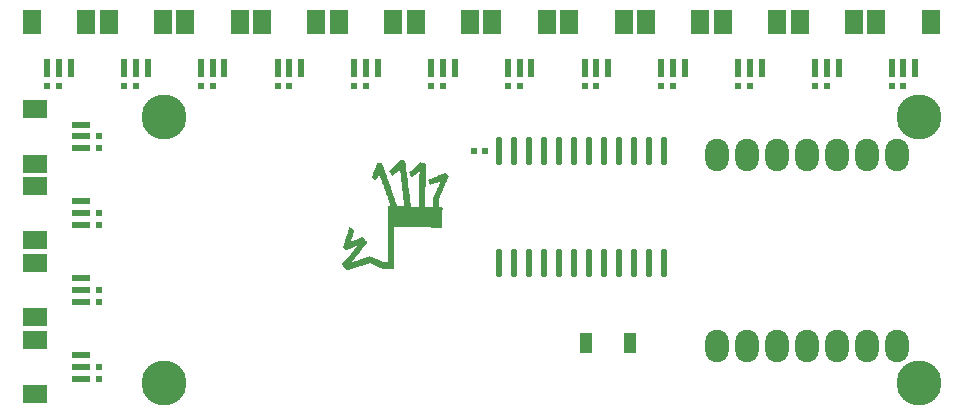
<source format=gbr>
%TF.GenerationSoftware,KiCad,Pcbnew,8.0.1*%
%TF.CreationDate,2025-02-04T00:39:20-05:00*%
%TF.ProjectId,glove-v3-right,676c6f76-652d-4763-932d-72696768742e,rev?*%
%TF.SameCoordinates,Original*%
%TF.FileFunction,Soldermask,Top*%
%TF.FilePolarity,Negative*%
%FSLAX46Y46*%
G04 Gerber Fmt 4.6, Leading zero omitted, Abs format (unit mm)*
G04 Created by KiCad (PCBNEW 8.0.1) date 2025-02-04 00:39:20*
%MOMM*%
%LPD*%
G01*
G04 APERTURE LIST*
G04 Aperture macros list*
%AMRoundRect*
0 Rectangle with rounded corners*
0 $1 Rounding radius*
0 $2 $3 $4 $5 $6 $7 $8 $9 X,Y pos of 4 corners*
0 Add a 4 corners polygon primitive as box body*
4,1,4,$2,$3,$4,$5,$6,$7,$8,$9,$2,$3,0*
0 Add four circle primitives for the rounded corners*
1,1,$1+$1,$2,$3*
1,1,$1+$1,$4,$5*
1,1,$1+$1,$6,$7*
1,1,$1+$1,$8,$9*
0 Add four rect primitives between the rounded corners*
20,1,$1+$1,$2,$3,$4,$5,0*
20,1,$1+$1,$4,$5,$6,$7,0*
20,1,$1+$1,$6,$7,$8,$9,0*
20,1,$1+$1,$8,$9,$2,$3,0*%
G04 Aperture macros list end*
%ADD10C,0.000000*%
%ADD11R,0.600000X0.600000*%
%ADD12R,0.600000X1.550000*%
%ADD13R,1.500000X2.000000*%
%ADD14C,3.800000*%
%ADD15R,1.550000X0.600000*%
%ADD16R,2.000000X1.500000*%
%ADD17R,1.000000X1.800000*%
%ADD18RoundRect,1.000000X-0.000010X0.375000X-0.000010X-0.375000X0.000010X-0.375000X0.000010X0.375000X0*%
%ADD19C,1.524000*%
%ADD20O,0.570000X2.390000*%
G04 APERTURE END LIST*
D10*
%TO.C,G\u002A\u002A\u002A*%
G36*
X134137974Y-38143481D02*
G01*
X134168783Y-38153585D01*
X134213686Y-38168906D01*
X134269038Y-38188206D01*
X134320073Y-38206274D01*
X134387705Y-38230586D01*
X134436950Y-38249087D01*
X134470915Y-38263362D01*
X134492707Y-38274995D01*
X134505432Y-38285569D01*
X134512196Y-38296669D01*
X134515078Y-38305715D01*
X134517380Y-38320416D01*
X134522307Y-38356486D01*
X134529709Y-38412732D01*
X134539435Y-38487963D01*
X134551337Y-38580988D01*
X134565264Y-38690616D01*
X134581066Y-38815655D01*
X134598594Y-38954914D01*
X134617696Y-39107201D01*
X134638225Y-39271326D01*
X134660028Y-39446097D01*
X134682957Y-39630322D01*
X134706862Y-39822810D01*
X134731592Y-40022371D01*
X134756998Y-40227812D01*
X134758086Y-40236616D01*
X134783472Y-40441826D01*
X134808174Y-40640935D01*
X134832044Y-40832773D01*
X134854934Y-41016169D01*
X134876696Y-41189954D01*
X134897180Y-41352956D01*
X134916240Y-41504007D01*
X134933725Y-41641936D01*
X134949489Y-41765572D01*
X134963382Y-41873745D01*
X134975257Y-41965286D01*
X134984964Y-42039023D01*
X134992356Y-42093787D01*
X134997283Y-42128408D01*
X134999599Y-42141715D01*
X134999655Y-42141814D01*
X135012269Y-42144076D01*
X135044047Y-42146938D01*
X135091481Y-42150238D01*
X135151061Y-42153816D01*
X135219281Y-42157509D01*
X135292631Y-42161157D01*
X135367604Y-42164597D01*
X135440692Y-42167669D01*
X135508385Y-42170211D01*
X135567177Y-42172061D01*
X135613558Y-42173058D01*
X135644021Y-42173041D01*
X135654991Y-42171972D01*
X135655836Y-42160267D01*
X135657119Y-42127446D01*
X135658804Y-42075116D01*
X135660855Y-42004882D01*
X135663235Y-41918349D01*
X135665908Y-41817123D01*
X135668836Y-41702809D01*
X135671984Y-41577012D01*
X135675315Y-41441338D01*
X135678792Y-41297392D01*
X135682379Y-41146780D01*
X135686038Y-40991108D01*
X135689734Y-40831979D01*
X135693430Y-40671001D01*
X135697089Y-40509778D01*
X135700675Y-40349916D01*
X135704151Y-40193020D01*
X135707480Y-40040696D01*
X135710627Y-39894549D01*
X135713554Y-39756185D01*
X135716224Y-39627208D01*
X135718602Y-39509225D01*
X135720650Y-39403840D01*
X135722333Y-39312660D01*
X135723612Y-39237289D01*
X135724453Y-39179334D01*
X135724818Y-39140399D01*
X135724671Y-39122089D01*
X135724518Y-39120855D01*
X135715055Y-39126774D01*
X135689778Y-39145306D01*
X135650670Y-39174923D01*
X135599715Y-39214101D01*
X135538896Y-39261313D01*
X135470196Y-39315034D01*
X135395599Y-39373738D01*
X135389575Y-39378495D01*
X135314352Y-39437717D01*
X135244655Y-39492239D01*
X135182506Y-39540506D01*
X135129928Y-39580961D01*
X135088944Y-39612049D01*
X135061577Y-39632214D01*
X135049849Y-39639900D01*
X135049673Y-39639931D01*
X135042062Y-39630190D01*
X135026951Y-39603548D01*
X135006174Y-39563827D01*
X134981566Y-39514850D01*
X134954958Y-39460440D01*
X134928187Y-39404419D01*
X134903084Y-39350610D01*
X134881485Y-39302836D01*
X134865223Y-39264920D01*
X134856131Y-39240685D01*
X134854956Y-39234024D01*
X134857845Y-39230083D01*
X134865376Y-39222054D01*
X134878562Y-39209001D01*
X134898415Y-39189984D01*
X134925949Y-39164065D01*
X134962178Y-39130307D01*
X135008113Y-39087771D01*
X135064769Y-39035519D01*
X135133158Y-38972613D01*
X135214294Y-38898114D01*
X135309189Y-38811085D01*
X135418856Y-38710587D01*
X135542089Y-38597717D01*
X135804643Y-38357282D01*
X136019404Y-38425828D01*
X136085815Y-38447334D01*
X136144921Y-38467063D01*
X136193249Y-38483806D01*
X136227323Y-38496357D01*
X136243672Y-38503509D01*
X136244357Y-38504018D01*
X136245816Y-38516740D01*
X136246911Y-38551010D01*
X136247644Y-38605651D01*
X136248019Y-38679486D01*
X136248040Y-38771336D01*
X136247711Y-38880024D01*
X136247034Y-39004372D01*
X136246014Y-39143204D01*
X136244653Y-39295340D01*
X136242956Y-39459603D01*
X136240974Y-39630844D01*
X136238152Y-39858904D01*
X136235455Y-40067273D01*
X136232825Y-40258990D01*
X136230206Y-40437095D01*
X136227541Y-40604624D01*
X136224773Y-40764618D01*
X136221846Y-40920114D01*
X136218702Y-41074151D01*
X136215286Y-41229767D01*
X136211540Y-41390001D01*
X136207408Y-41557892D01*
X136202833Y-41736477D01*
X136198751Y-41891486D01*
X136191011Y-42182598D01*
X136517280Y-42191015D01*
X136601034Y-42193008D01*
X136677169Y-42194499D01*
X136742789Y-42195457D01*
X136795000Y-42195850D01*
X136830907Y-42195649D01*
X136847616Y-42194822D01*
X136848424Y-42194557D01*
X136849913Y-42182457D01*
X136851948Y-42150264D01*
X136854416Y-42100604D01*
X136857200Y-42036102D01*
X136860188Y-41959386D01*
X136863264Y-41873081D01*
X136865804Y-41795975D01*
X136878309Y-41402267D01*
X137188150Y-40705795D01*
X137240608Y-40587580D01*
X137290046Y-40475591D01*
X137335729Y-40371532D01*
X137376920Y-40277109D01*
X137412882Y-40194027D01*
X137442880Y-40123989D01*
X137466178Y-40068701D01*
X137482039Y-40029869D01*
X137489727Y-40009195D01*
X137490256Y-40006190D01*
X137478172Y-40009094D01*
X137446948Y-40018701D01*
X137398908Y-40034239D01*
X137336378Y-40054937D01*
X137261682Y-40080022D01*
X137177145Y-40108724D01*
X137085092Y-40140269D01*
X137052519Y-40151497D01*
X136958463Y-40183682D01*
X136871107Y-40213028D01*
X136792775Y-40238794D01*
X136725793Y-40260240D01*
X136672486Y-40276626D01*
X136635177Y-40287212D01*
X136616192Y-40291257D01*
X136614319Y-40291007D01*
X136605526Y-40275135D01*
X136591608Y-40242723D01*
X136573948Y-40197722D01*
X136553935Y-40144082D01*
X136532952Y-40085755D01*
X136512386Y-40026691D01*
X136493621Y-39970841D01*
X136478044Y-39922155D01*
X136467041Y-39884584D01*
X136461996Y-39862079D01*
X136462291Y-39857529D01*
X136474477Y-39852033D01*
X136506150Y-39839231D01*
X136555518Y-39819812D01*
X136620791Y-39794465D01*
X136700179Y-39763879D01*
X136791891Y-39728744D01*
X136894136Y-39689748D01*
X137005124Y-39647579D01*
X137123064Y-39602928D01*
X137173309Y-39583951D01*
X137873796Y-39319580D01*
X138037023Y-39418631D01*
X138091169Y-39451531D01*
X138138080Y-39480115D01*
X138174502Y-39502396D01*
X138197182Y-39516383D01*
X138203218Y-39520236D01*
X138199340Y-39530841D01*
X138187235Y-39560926D01*
X138167514Y-39609030D01*
X138140784Y-39673693D01*
X138107655Y-39753453D01*
X138068736Y-39846849D01*
X138024636Y-39952420D01*
X137975963Y-40068705D01*
X137923328Y-40194242D01*
X137867339Y-40327570D01*
X137808605Y-40467229D01*
X137797591Y-40493395D01*
X137388996Y-41463999D01*
X137381970Y-41810621D01*
X137380043Y-41898264D01*
X137377973Y-41979444D01*
X137375858Y-42051132D01*
X137373799Y-42110293D01*
X137371896Y-42153898D01*
X137370247Y-42178913D01*
X137369729Y-42182813D01*
X137368464Y-42197669D01*
X137375945Y-42205290D01*
X137397299Y-42208082D01*
X137424396Y-42208452D01*
X137465516Y-42209424D01*
X137518630Y-42211926D01*
X137573096Y-42215443D01*
X137579677Y-42215945D01*
X137675078Y-42223371D01*
X137667769Y-42599434D01*
X137665866Y-42700104D01*
X137663727Y-42817962D01*
X137661447Y-42947471D01*
X137659122Y-43083092D01*
X137656846Y-43219287D01*
X137654714Y-43350519D01*
X137653039Y-43457151D01*
X137645619Y-43938803D01*
X137422890Y-43931349D01*
X137379004Y-43929975D01*
X137314384Y-43928086D01*
X137231020Y-43925736D01*
X137130898Y-43922978D01*
X137016009Y-43919864D01*
X136888340Y-43916449D01*
X136749880Y-43912786D01*
X136602618Y-43908926D01*
X136448542Y-43904924D01*
X136289640Y-43900833D01*
X136127901Y-43896706D01*
X136097789Y-43895941D01*
X135930433Y-43891688D01*
X135761799Y-43887385D01*
X135594295Y-43883093D01*
X135430330Y-43878877D01*
X135272313Y-43874797D01*
X135122654Y-43870917D01*
X134983760Y-43867299D01*
X134858042Y-43864005D01*
X134747908Y-43861098D01*
X134655768Y-43858640D01*
X134586290Y-43856757D01*
X134475394Y-43853721D01*
X134357160Y-43850499D01*
X134237148Y-43847241D01*
X134120919Y-43844098D01*
X134014032Y-43841220D01*
X133922047Y-43838758D01*
X133890205Y-43837911D01*
X133603248Y-43830296D01*
X133601827Y-44814955D01*
X133601582Y-44962694D01*
X133601286Y-45103973D01*
X133600945Y-45237131D01*
X133600567Y-45360509D01*
X133600159Y-45472446D01*
X133599729Y-45571283D01*
X133599282Y-45655361D01*
X133598827Y-45723018D01*
X133598370Y-45772596D01*
X133597918Y-45802434D01*
X133597565Y-45810979D01*
X133597076Y-45823955D01*
X133596574Y-45857821D01*
X133596069Y-45910737D01*
X133595571Y-45980862D01*
X133595088Y-46066358D01*
X133594631Y-46165385D01*
X133594210Y-46276102D01*
X133593833Y-46396670D01*
X133593510Y-46525249D01*
X133593304Y-46629234D01*
X133591883Y-47436124D01*
X133110067Y-47436124D01*
X132628252Y-47436124D01*
X132063235Y-47184688D01*
X131498218Y-46933251D01*
X131451202Y-46947223D01*
X131431867Y-46953144D01*
X131392905Y-46965225D01*
X131336322Y-46982839D01*
X131264127Y-47005356D01*
X131178325Y-47032147D01*
X131080925Y-47062585D01*
X130973933Y-47096040D01*
X130859356Y-47131884D01*
X130739202Y-47169488D01*
X130615477Y-47208224D01*
X130490190Y-47247462D01*
X130365345Y-47286575D01*
X130242952Y-47324933D01*
X130125017Y-47361908D01*
X130013547Y-47396871D01*
X129910549Y-47429193D01*
X129818030Y-47458247D01*
X129737998Y-47483402D01*
X129672460Y-47504032D01*
X129623421Y-47519506D01*
X129592891Y-47529196D01*
X129584392Y-47531939D01*
X129537483Y-47547443D01*
X129411907Y-47369614D01*
X129367821Y-47307203D01*
X129323774Y-47244880D01*
X129283182Y-47187478D01*
X129249467Y-47139833D01*
X129229297Y-47111364D01*
X129172264Y-47030943D01*
X129803465Y-46243993D01*
X129896812Y-46127500D01*
X129985894Y-46016114D01*
X130069706Y-45911102D01*
X130147246Y-45813730D01*
X130217510Y-45725267D01*
X130279494Y-45646979D01*
X130332196Y-45580134D01*
X130374610Y-45525999D01*
X130405735Y-45485841D01*
X130424567Y-45460927D01*
X130430159Y-45452536D01*
X130419044Y-45455772D01*
X130389196Y-45466891D01*
X130342851Y-45485001D01*
X130282242Y-45509205D01*
X130209603Y-45538609D01*
X130127167Y-45572319D01*
X130037169Y-45609439D01*
X130000066Y-45624828D01*
X129906636Y-45663627D01*
X129819034Y-45699981D01*
X129739648Y-45732900D01*
X129670864Y-45761395D01*
X129615072Y-45784478D01*
X129574658Y-45801160D01*
X129552011Y-45810450D01*
X129548727Y-45811772D01*
X129537044Y-45813981D01*
X129522798Y-45810364D01*
X129503117Y-45798983D01*
X129475133Y-45777900D01*
X129435973Y-45745175D01*
X129386781Y-45702392D01*
X129340544Y-45661353D01*
X129300980Y-45625356D01*
X129270992Y-45597114D01*
X129253481Y-45579338D01*
X129250163Y-45574752D01*
X129253328Y-45561259D01*
X129262724Y-45528347D01*
X129277723Y-45478012D01*
X129297693Y-45412255D01*
X129322004Y-45333073D01*
X129350026Y-45242466D01*
X129381128Y-45142431D01*
X129414680Y-45034968D01*
X129450050Y-44922075D01*
X129486610Y-44805750D01*
X129523728Y-44687991D01*
X129560773Y-44570799D01*
X129597116Y-44456170D01*
X129632126Y-44346104D01*
X129665172Y-44242599D01*
X129695623Y-44147653D01*
X129722851Y-44063266D01*
X129746223Y-43991436D01*
X129765110Y-43934160D01*
X129778881Y-43893439D01*
X129786905Y-43871270D01*
X129788676Y-43867700D01*
X129800865Y-43873289D01*
X129829494Y-43888961D01*
X129871572Y-43913000D01*
X129924111Y-43943691D01*
X129984122Y-43979318D01*
X130006030Y-43992451D01*
X130213751Y-44117280D01*
X130049965Y-44618988D01*
X130016796Y-44720914D01*
X129986039Y-44816057D01*
X129958371Y-44902274D01*
X129934471Y-44977423D01*
X129915015Y-45039363D01*
X129900683Y-45085952D01*
X129892151Y-45115047D01*
X129890002Y-45124519D01*
X129900906Y-45120997D01*
X129930578Y-45109388D01*
X129976897Y-45090572D01*
X130037744Y-45065428D01*
X130111002Y-45034836D01*
X130194549Y-44999675D01*
X130286268Y-44960825D01*
X130358445Y-44930093D01*
X130823065Y-44731844D01*
X131082373Y-44926093D01*
X131149072Y-44976399D01*
X131209416Y-45022569D01*
X131261111Y-45062793D01*
X131301862Y-45095264D01*
X131329374Y-45118173D01*
X131341351Y-45129710D01*
X131341682Y-45130470D01*
X131334732Y-45140593D01*
X131314527Y-45167222D01*
X131282036Y-45209132D01*
X131238227Y-45265099D01*
X131184067Y-45333898D01*
X131120526Y-45414306D01*
X131048570Y-45505098D01*
X130969168Y-45605050D01*
X130883289Y-45712938D01*
X130791899Y-45827538D01*
X130695968Y-45947625D01*
X130653894Y-46000230D01*
X130556431Y-46122137D01*
X130463168Y-46238970D01*
X130375065Y-46349516D01*
X130293083Y-46452563D01*
X130218182Y-46546898D01*
X130151322Y-46631306D01*
X130093464Y-46704577D01*
X130045567Y-46765495D01*
X130008592Y-46812849D01*
X129983499Y-46845425D01*
X129971249Y-46862011D01*
X129970171Y-46863928D01*
X129981323Y-46861031D01*
X130012266Y-46851354D01*
X130061288Y-46835469D01*
X130126671Y-46813947D01*
X130206701Y-46787359D01*
X130299662Y-46756277D01*
X130403840Y-46721273D01*
X130517519Y-46682918D01*
X130638984Y-46641783D01*
X130742674Y-46606556D01*
X130869560Y-46563455D01*
X130990314Y-46522573D01*
X131103187Y-46484491D01*
X131206433Y-46449794D01*
X131298305Y-46419063D01*
X131377055Y-46392883D01*
X131440937Y-46371835D01*
X131488203Y-46356504D01*
X131517107Y-46347472D01*
X131525837Y-46345174D01*
X131538728Y-46349726D01*
X131570368Y-46362786D01*
X131618799Y-46383497D01*
X131682060Y-46411000D01*
X131758193Y-46444435D01*
X131845237Y-46482945D01*
X131941234Y-46525671D01*
X132044224Y-46571754D01*
X132096417Y-46595196D01*
X132652271Y-46845162D01*
X132836735Y-46845162D01*
X133021199Y-46845162D01*
X133027931Y-46734357D01*
X133028641Y-46711883D01*
X133029396Y-46667841D01*
X133030187Y-46603389D01*
X133031009Y-46519688D01*
X133031855Y-46417898D01*
X133032718Y-46299178D01*
X133033593Y-46164690D01*
X133034473Y-46015593D01*
X133035350Y-45853046D01*
X133036219Y-45678211D01*
X133037074Y-45492247D01*
X133037907Y-45296314D01*
X133038712Y-45091572D01*
X133039483Y-44879181D01*
X133040213Y-44660302D01*
X133040896Y-44436093D01*
X133041011Y-44396080D01*
X133041680Y-44172157D01*
X133042391Y-43953986D01*
X133043139Y-43742679D01*
X133043918Y-43539352D01*
X133044721Y-43345120D01*
X133045543Y-43161097D01*
X133046376Y-42988398D01*
X133047215Y-42828138D01*
X133048054Y-42681430D01*
X133048887Y-42549391D01*
X133049707Y-42433134D01*
X133050508Y-42333775D01*
X133051285Y-42252427D01*
X133052030Y-42190207D01*
X133052738Y-42148227D01*
X133053403Y-42127604D01*
X133053550Y-42125990D01*
X133059742Y-42083373D01*
X133173606Y-42083373D01*
X133225988Y-42082873D01*
X133259168Y-42081018D01*
X133276657Y-42077268D01*
X133281968Y-42071086D01*
X133281153Y-42066913D01*
X133276552Y-42054343D01*
X133264679Y-42021710D01*
X133246009Y-41970325D01*
X133221016Y-41901493D01*
X133190176Y-41816522D01*
X133153961Y-41716720D01*
X133112846Y-41603395D01*
X133067307Y-41477854D01*
X133017816Y-41341404D01*
X132964849Y-41195353D01*
X132908880Y-41041009D01*
X132850384Y-40879679D01*
X132795655Y-40728725D01*
X132735314Y-40562338D01*
X132677078Y-40401850D01*
X132621418Y-40248559D01*
X132568809Y-40103765D01*
X132519723Y-39968766D01*
X132474633Y-39844862D01*
X132434013Y-39733351D01*
X132398336Y-39635532D01*
X132368075Y-39552705D01*
X132343702Y-39486167D01*
X132325692Y-39437218D01*
X132314516Y-39407157D01*
X132310684Y-39397309D01*
X132304186Y-39404358D01*
X132288817Y-39429164D01*
X132265979Y-39469212D01*
X132237077Y-39521983D01*
X132203513Y-39584961D01*
X132167070Y-39654892D01*
X132130069Y-39726297D01*
X132096306Y-39790795D01*
X132067215Y-39845698D01*
X132044228Y-39888323D01*
X132028780Y-39915983D01*
X132022369Y-39925967D01*
X132010953Y-39921172D01*
X131984821Y-39905227D01*
X131947449Y-39880606D01*
X131902318Y-39849779D01*
X131852905Y-39815219D01*
X131802689Y-39779399D01*
X131755149Y-39744789D01*
X131713763Y-39713863D01*
X131682009Y-39689093D01*
X131663367Y-39672950D01*
X131659919Y-39668384D01*
X131664029Y-39656047D01*
X131675974Y-39624572D01*
X131694992Y-39575863D01*
X131720327Y-39511823D01*
X131751219Y-39434357D01*
X131786909Y-39345368D01*
X131826638Y-39246762D01*
X131869648Y-39140442D01*
X131905608Y-39051851D01*
X131958314Y-38922386D01*
X132003269Y-38812473D01*
X132041166Y-38720559D01*
X132072698Y-38645092D01*
X132098556Y-38584522D01*
X132119433Y-38537296D01*
X132136023Y-38501863D01*
X132149016Y-38476672D01*
X132159106Y-38460169D01*
X132166986Y-38450804D01*
X132173348Y-38447025D01*
X132175662Y-38446730D01*
X132199380Y-38447804D01*
X132238471Y-38450677D01*
X132288416Y-38454906D01*
X132344697Y-38460051D01*
X132402796Y-38465669D01*
X132458195Y-38471318D01*
X132506376Y-38476558D01*
X132542821Y-38480946D01*
X132563013Y-38484041D01*
X132565552Y-38484842D01*
X132569768Y-38495917D01*
X132581091Y-38527337D01*
X132599131Y-38577991D01*
X132623497Y-38646769D01*
X132653799Y-38732558D01*
X132689646Y-38834249D01*
X132730648Y-38950729D01*
X132776412Y-39080887D01*
X132826550Y-39223613D01*
X132880670Y-39377795D01*
X132938381Y-39542321D01*
X132999293Y-39716081D01*
X133063015Y-39897963D01*
X133129157Y-40086857D01*
X133197327Y-40281650D01*
X133202018Y-40295057D01*
X133270277Y-40490152D01*
X133336496Y-40679393D01*
X133400288Y-40861673D01*
X133461263Y-41035882D01*
X133519034Y-41200911D01*
X133573212Y-41355652D01*
X133623409Y-41498996D01*
X133669236Y-41629834D01*
X133710305Y-41747057D01*
X133746227Y-41849557D01*
X133776615Y-41936224D01*
X133801080Y-42005951D01*
X133819233Y-42057628D01*
X133830687Y-42090147D01*
X133835052Y-42102399D01*
X133835083Y-42102469D01*
X133846347Y-42103326D01*
X133877315Y-42104679D01*
X133924969Y-42106422D01*
X133986293Y-42108452D01*
X134058268Y-42110662D01*
X134129018Y-42112701D01*
X134219643Y-42115075D01*
X134289972Y-42116469D01*
X134342418Y-42116822D01*
X134379398Y-42116068D01*
X134403324Y-42114144D01*
X134416612Y-42110987D01*
X134421676Y-42106532D01*
X134421951Y-42104969D01*
X134420852Y-42090030D01*
X134417441Y-42054300D01*
X134411891Y-41999358D01*
X134404376Y-41926780D01*
X134395066Y-41838142D01*
X134384135Y-41735021D01*
X134371754Y-41618995D01*
X134358097Y-41491640D01*
X134343334Y-41354533D01*
X134327640Y-41209251D01*
X134311185Y-41057370D01*
X134294143Y-40900467D01*
X134276686Y-40740120D01*
X134258986Y-40577904D01*
X134241215Y-40415397D01*
X134223546Y-40254176D01*
X134206151Y-40095816D01*
X134189202Y-39941897D01*
X134172872Y-39793992D01*
X134157333Y-39653681D01*
X134142758Y-39522540D01*
X134129319Y-39402144D01*
X134117187Y-39294072D01*
X134106537Y-39199900D01*
X134097538Y-39121204D01*
X134090366Y-39059563D01*
X134085190Y-39016551D01*
X134082185Y-38993747D01*
X134081538Y-38990400D01*
X134071545Y-38995571D01*
X134046460Y-39013797D01*
X134008455Y-39043347D01*
X133959702Y-39082493D01*
X133902373Y-39129504D01*
X133838640Y-39182652D01*
X133813494Y-39203844D01*
X133743155Y-39263258D01*
X133674310Y-39321348D01*
X133610034Y-39375524D01*
X133553404Y-39423196D01*
X133507495Y-39461772D01*
X133475382Y-39488662D01*
X133471817Y-39491635D01*
X133391527Y-39558513D01*
X133286573Y-39360790D01*
X133181619Y-39163067D01*
X133648896Y-38651452D01*
X133732174Y-38560426D01*
X133810983Y-38474578D01*
X133883982Y-38395353D01*
X133949827Y-38324193D01*
X134007177Y-38262541D01*
X134054689Y-38211840D01*
X134091020Y-38173533D01*
X134114828Y-38149063D01*
X134124771Y-38139872D01*
X134124904Y-38139838D01*
X134137974Y-38143481D01*
G37*
%TD*%
D11*
%TO.C,C11*%
X150700000Y-31900000D03*
X149700000Y-31900000D03*
%TD*%
%TO.C,C14*%
X170200000Y-31900000D03*
X169200000Y-31900000D03*
%TD*%
%TO.C,C15*%
X176700000Y-31900000D03*
X175700000Y-31900000D03*
%TD*%
D12*
%TO.C,H13*%
X164700000Y-30380000D03*
X163700000Y-30380000D03*
X162700000Y-30380000D03*
D13*
X161400000Y-26500000D03*
X166000000Y-26500000D03*
%TD*%
D14*
%TO.C,REF\u002A\u002A*%
X114050000Y-34550000D03*
%TD*%
D12*
%TO.C,H9*%
X138700000Y-30380000D03*
X137700000Y-30380000D03*
X136700000Y-30380000D03*
D13*
X135400000Y-26500000D03*
X140000000Y-26500000D03*
%TD*%
D12*
%TO.C,H14*%
X171200000Y-30380000D03*
X170200000Y-30380000D03*
X169200000Y-30380000D03*
D13*
X167900000Y-26500000D03*
X172500000Y-26500000D03*
%TD*%
D15*
%TO.C,H2*%
X107040000Y-41700000D03*
X107040000Y-42700000D03*
X107040000Y-43700000D03*
D16*
X103160000Y-45000000D03*
X103160000Y-40400000D03*
%TD*%
D11*
%TO.C,C3*%
X108600000Y-36200000D03*
X108600000Y-37200000D03*
%TD*%
%TO.C,C5*%
X111700000Y-31900000D03*
X110700000Y-31900000D03*
%TD*%
D15*
%TO.C,H3*%
X107040000Y-35200000D03*
X107040000Y-36200000D03*
X107040000Y-37200000D03*
D16*
X103160000Y-38500000D03*
X103160000Y-33900000D03*
%TD*%
D11*
%TO.C,C0*%
X108600000Y-55700000D03*
X108600000Y-56700000D03*
%TD*%
D17*
%TO.C,U3*%
X153550000Y-53700000D03*
X149850000Y-53700000D03*
%TD*%
D14*
%TO.C,REF\u002A\u002A*%
X178050000Y-57050000D03*
%TD*%
D11*
%TO.C,C9*%
X137700000Y-31900000D03*
X136700000Y-31900000D03*
%TD*%
%TO.C,C4*%
X105200000Y-31900000D03*
X104200000Y-31900000D03*
%TD*%
D12*
%TO.C,H10*%
X145200000Y-30380000D03*
X144200000Y-30380000D03*
X143200000Y-30380000D03*
D13*
X141900000Y-26500000D03*
X146500000Y-26500000D03*
%TD*%
D12*
%TO.C,H12*%
X158200000Y-30380000D03*
X157200000Y-30380000D03*
X156200000Y-30380000D03*
D13*
X154900000Y-26500000D03*
X159500000Y-26500000D03*
%TD*%
D14*
%TO.C,REF\u002A\u002A*%
X114050000Y-57050000D03*
%TD*%
D11*
%TO.C,C12*%
X157200000Y-31900000D03*
X156200000Y-31900000D03*
%TD*%
D15*
%TO.C,H1*%
X107040000Y-48200000D03*
X107040000Y-49200000D03*
X107040000Y-50200000D03*
D16*
X103160000Y-51500000D03*
X103160000Y-46900000D03*
%TD*%
D11*
%TO.C,C8*%
X131200000Y-31900000D03*
X130200000Y-31900000D03*
%TD*%
%TO.C,C1*%
X108600000Y-49200000D03*
X108600000Y-50200000D03*
%TD*%
D18*
%TO.C,U1*%
X176134400Y-37765800D03*
D19*
X176150000Y-38150000D03*
D18*
X173594400Y-37765800D03*
D19*
X173610000Y-38150000D03*
D18*
X171054400Y-37765800D03*
D19*
X171070000Y-38150000D03*
D18*
X168514400Y-37765800D03*
D19*
X168530000Y-38150000D03*
D18*
X165974400Y-37765800D03*
D19*
X165990000Y-38150000D03*
D18*
X163434400Y-37765800D03*
D19*
X163450000Y-38150000D03*
D18*
X160894400Y-37765800D03*
D19*
X160910000Y-38150000D03*
X160910000Y-53542400D03*
D18*
X160894400Y-53930800D03*
D19*
X163450000Y-53542400D03*
D18*
X163434400Y-53930800D03*
D19*
X165990000Y-53542400D03*
D18*
X165974400Y-53930800D03*
D19*
X168530000Y-53542400D03*
D18*
X168514400Y-53930800D03*
D19*
X171070000Y-53542400D03*
D18*
X171054400Y-53930800D03*
D19*
X173610000Y-53542400D03*
D18*
X173594400Y-53930800D03*
D19*
X176150000Y-53542400D03*
D18*
X176134400Y-53930800D03*
%TD*%
D11*
%TO.C,C2*%
X108600000Y-42700000D03*
X108600000Y-43700000D03*
%TD*%
%TO.C,C13*%
X163700000Y-31900000D03*
X162700000Y-31900000D03*
%TD*%
%TO.C,C6*%
X118200000Y-31900000D03*
X117200000Y-31900000D03*
%TD*%
D12*
%TO.C,H11*%
X151700000Y-30380000D03*
X150700000Y-30380000D03*
X149700000Y-30380000D03*
D13*
X148400000Y-26500000D03*
X153000000Y-26500000D03*
%TD*%
D20*
%TO.C,U2*%
X142460000Y-46940000D03*
X143730000Y-46940000D03*
X145000000Y-46940000D03*
X146270000Y-46940000D03*
X147540000Y-46940000D03*
X148820000Y-46940000D03*
X150080000Y-46940000D03*
X151350000Y-46940000D03*
X152620000Y-46940000D03*
X153890000Y-46940000D03*
X155160000Y-46940000D03*
X156440000Y-46940000D03*
X156440000Y-37460000D03*
X155160000Y-37460000D03*
X153890000Y-37460000D03*
X152620000Y-37460000D03*
X151350000Y-37460000D03*
X150080000Y-37460000D03*
X148820000Y-37460000D03*
X147540000Y-37460000D03*
X146270000Y-37460000D03*
X145000000Y-37460000D03*
X143730000Y-37460000D03*
X142460000Y-37460000D03*
%TD*%
D12*
%TO.C,H6*%
X119200000Y-30380000D03*
X118200000Y-30380000D03*
X117200000Y-30380000D03*
D13*
X115900000Y-26500000D03*
X120500000Y-26500000D03*
%TD*%
D12*
%TO.C,H7*%
X125700000Y-30380000D03*
X124700000Y-30380000D03*
X123700000Y-30380000D03*
D13*
X122400000Y-26500000D03*
X127000000Y-26500000D03*
%TD*%
D12*
%TO.C,H5*%
X112700000Y-30380000D03*
X111700000Y-30380000D03*
X110700000Y-30380000D03*
D13*
X109400000Y-26500000D03*
X114000000Y-26500000D03*
%TD*%
D12*
%TO.C,H4*%
X106200000Y-30380000D03*
X105200000Y-30380000D03*
X104200000Y-30380000D03*
D13*
X102900000Y-26500000D03*
X107500000Y-26500000D03*
%TD*%
D15*
%TO.C,H0*%
X107052500Y-54700000D03*
X107052500Y-55700000D03*
X107052500Y-56700000D03*
D16*
X103172500Y-58000000D03*
X103172500Y-53400000D03*
%TD*%
D12*
%TO.C,H8*%
X132200000Y-30380000D03*
X131200000Y-30380000D03*
X130200000Y-30380000D03*
D13*
X128900000Y-26500000D03*
X133500000Y-26500000D03*
%TD*%
D11*
%TO.C,C10*%
X144200000Y-31900000D03*
X143200000Y-31900000D03*
%TD*%
D12*
%TO.C,H15*%
X177700000Y-30380000D03*
X176700000Y-30380000D03*
X175700000Y-30380000D03*
D13*
X174400000Y-26500000D03*
X179000000Y-26500000D03*
%TD*%
D11*
%TO.C,C16*%
X141300000Y-37460000D03*
X140300000Y-37460000D03*
%TD*%
%TO.C,C7*%
X124700000Y-31900000D03*
X123700000Y-31900000D03*
%TD*%
D14*
%TO.C,REF\u002A\u002A*%
X178050000Y-34550000D03*
%TD*%
M02*

</source>
